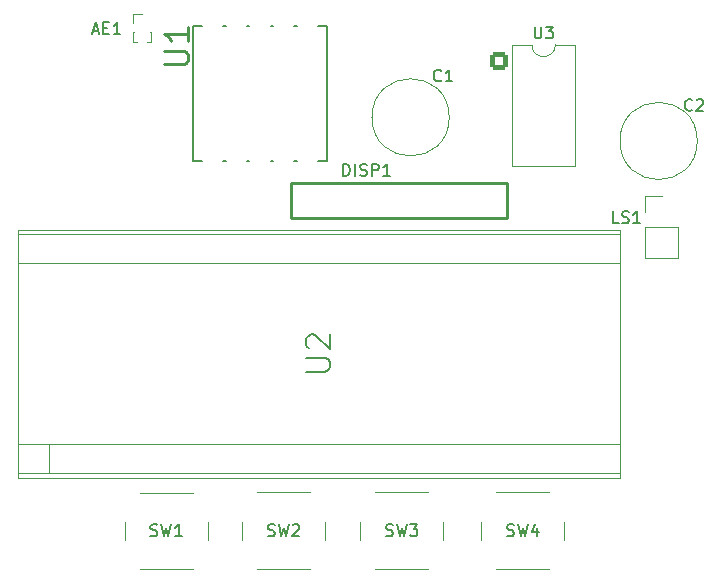
<source format=gto>
%TF.GenerationSoftware,KiCad,Pcbnew,9.0.3*%
%TF.CreationDate,2025-07-14T11:38:29-07:00*%
%TF.ProjectId,ECE_299_ALARM,4543455f-3239-4395-9f41-4c41524d2e6b,1.0*%
%TF.SameCoordinates,Original*%
%TF.FileFunction,Legend,Top*%
%TF.FilePolarity,Positive*%
%FSLAX46Y46*%
G04 Gerber Fmt 4.6, Leading zero omitted, Abs format (unit mm)*
G04 Created by KiCad (PCBNEW 9.0.3) date 2025-07-14 11:38:29*
%MOMM*%
%LPD*%
G01*
G04 APERTURE LIST*
G04 Aperture macros list*
%AMRoundRect*
0 Rectangle with rounded corners*
0 $1 Rounding radius*
0 $2 $3 $4 $5 $6 $7 $8 $9 X,Y pos of 4 corners*
0 Add a 4 corners polygon primitive as box body*
4,1,4,$2,$3,$4,$5,$6,$7,$8,$9,$2,$3,0*
0 Add four circle primitives for the rounded corners*
1,1,$1+$1,$2,$3*
1,1,$1+$1,$4,$5*
1,1,$1+$1,$6,$7*
1,1,$1+$1,$8,$9*
0 Add four rect primitives between the rounded corners*
20,1,$1+$1,$2,$3,$4,$5,0*
20,1,$1+$1,$4,$5,$6,$7,0*
20,1,$1+$1,$6,$7,$8,$9,0*
20,1,$1+$1,$8,$9,$2,$3,0*%
%AMFreePoly0*
4,1,18,-0.900000,0.625000,0.275000,0.625000,0.372772,0.617305,0.523217,0.573597,0.658067,0.493847,0.768847,0.383067,0.848597,0.248217,0.892305,0.097772,0.900000,0.000000,0.892305,-0.097772,0.848597,-0.248217,0.768847,-0.383067,0.658067,-0.493847,0.523217,-0.573597,0.372772,-0.617305,0.275000,-0.625000,-0.900000,-0.625000,-0.900000,0.625000,-0.900000,0.625000,$1*%
G04 Aperture macros list end*
%ADD10C,0.150000*%
%ADD11C,0.250000*%
%ADD12C,0.120000*%
%ADD13C,3.200000*%
%ADD14R,1.700000X1.700000*%
%ADD15C,1.700000*%
%ADD16C,2.000000*%
%ADD17C,1.600000*%
%ADD18R,0.850000X0.850000*%
%ADD19C,0.850000*%
%ADD20RoundRect,0.250000X-0.550000X-0.550000X0.550000X-0.550000X0.550000X0.550000X-0.550000X0.550000X0*%
%ADD21FreePoly0,90.000000*%
%ADD22FreePoly0,270.000000*%
G04 APERTURE END LIST*
D10*
X138357142Y-88954819D02*
X137880952Y-88954819D01*
X137880952Y-88954819D02*
X137880952Y-87954819D01*
X138642857Y-88907200D02*
X138785714Y-88954819D01*
X138785714Y-88954819D02*
X139023809Y-88954819D01*
X139023809Y-88954819D02*
X139119047Y-88907200D01*
X139119047Y-88907200D02*
X139166666Y-88859580D01*
X139166666Y-88859580D02*
X139214285Y-88764342D01*
X139214285Y-88764342D02*
X139214285Y-88669104D01*
X139214285Y-88669104D02*
X139166666Y-88573866D01*
X139166666Y-88573866D02*
X139119047Y-88526247D01*
X139119047Y-88526247D02*
X139023809Y-88478628D01*
X139023809Y-88478628D02*
X138833333Y-88431009D01*
X138833333Y-88431009D02*
X138738095Y-88383390D01*
X138738095Y-88383390D02*
X138690476Y-88335771D01*
X138690476Y-88335771D02*
X138642857Y-88240533D01*
X138642857Y-88240533D02*
X138642857Y-88145295D01*
X138642857Y-88145295D02*
X138690476Y-88050057D01*
X138690476Y-88050057D02*
X138738095Y-88002438D01*
X138738095Y-88002438D02*
X138833333Y-87954819D01*
X138833333Y-87954819D02*
X139071428Y-87954819D01*
X139071428Y-87954819D02*
X139214285Y-88002438D01*
X140166666Y-88954819D02*
X139595238Y-88954819D01*
X139880952Y-88954819D02*
X139880952Y-87954819D01*
X139880952Y-87954819D02*
X139785714Y-88097676D01*
X139785714Y-88097676D02*
X139690476Y-88192914D01*
X139690476Y-88192914D02*
X139595238Y-88240533D01*
X108666667Y-115407200D02*
X108809524Y-115454819D01*
X108809524Y-115454819D02*
X109047619Y-115454819D01*
X109047619Y-115454819D02*
X109142857Y-115407200D01*
X109142857Y-115407200D02*
X109190476Y-115359580D01*
X109190476Y-115359580D02*
X109238095Y-115264342D01*
X109238095Y-115264342D02*
X109238095Y-115169104D01*
X109238095Y-115169104D02*
X109190476Y-115073866D01*
X109190476Y-115073866D02*
X109142857Y-115026247D01*
X109142857Y-115026247D02*
X109047619Y-114978628D01*
X109047619Y-114978628D02*
X108857143Y-114931009D01*
X108857143Y-114931009D02*
X108761905Y-114883390D01*
X108761905Y-114883390D02*
X108714286Y-114835771D01*
X108714286Y-114835771D02*
X108666667Y-114740533D01*
X108666667Y-114740533D02*
X108666667Y-114645295D01*
X108666667Y-114645295D02*
X108714286Y-114550057D01*
X108714286Y-114550057D02*
X108761905Y-114502438D01*
X108761905Y-114502438D02*
X108857143Y-114454819D01*
X108857143Y-114454819D02*
X109095238Y-114454819D01*
X109095238Y-114454819D02*
X109238095Y-114502438D01*
X109571429Y-114454819D02*
X109809524Y-115454819D01*
X109809524Y-115454819D02*
X110000000Y-114740533D01*
X110000000Y-114740533D02*
X110190476Y-115454819D01*
X110190476Y-115454819D02*
X110428572Y-114454819D01*
X110761905Y-114550057D02*
X110809524Y-114502438D01*
X110809524Y-114502438D02*
X110904762Y-114454819D01*
X110904762Y-114454819D02*
X111142857Y-114454819D01*
X111142857Y-114454819D02*
X111238095Y-114502438D01*
X111238095Y-114502438D02*
X111285714Y-114550057D01*
X111285714Y-114550057D02*
X111333333Y-114645295D01*
X111333333Y-114645295D02*
X111333333Y-114740533D01*
X111333333Y-114740533D02*
X111285714Y-114883390D01*
X111285714Y-114883390D02*
X110714286Y-115454819D01*
X110714286Y-115454819D02*
X111333333Y-115454819D01*
X123333333Y-76859580D02*
X123285714Y-76907200D01*
X123285714Y-76907200D02*
X123142857Y-76954819D01*
X123142857Y-76954819D02*
X123047619Y-76954819D01*
X123047619Y-76954819D02*
X122904762Y-76907200D01*
X122904762Y-76907200D02*
X122809524Y-76811961D01*
X122809524Y-76811961D02*
X122761905Y-76716723D01*
X122761905Y-76716723D02*
X122714286Y-76526247D01*
X122714286Y-76526247D02*
X122714286Y-76383390D01*
X122714286Y-76383390D02*
X122761905Y-76192914D01*
X122761905Y-76192914D02*
X122809524Y-76097676D01*
X122809524Y-76097676D02*
X122904762Y-76002438D01*
X122904762Y-76002438D02*
X123047619Y-75954819D01*
X123047619Y-75954819D02*
X123142857Y-75954819D01*
X123142857Y-75954819D02*
X123285714Y-76002438D01*
X123285714Y-76002438D02*
X123333333Y-76050057D01*
X124285714Y-76954819D02*
X123714286Y-76954819D01*
X124000000Y-76954819D02*
X124000000Y-75954819D01*
X124000000Y-75954819D02*
X123904762Y-76097676D01*
X123904762Y-76097676D02*
X123809524Y-76192914D01*
X123809524Y-76192914D02*
X123714286Y-76240533D01*
X93833333Y-72669104D02*
X94309523Y-72669104D01*
X93738095Y-72954819D02*
X94071428Y-71954819D01*
X94071428Y-71954819D02*
X94404761Y-72954819D01*
X94738095Y-72431009D02*
X95071428Y-72431009D01*
X95214285Y-72954819D02*
X94738095Y-72954819D01*
X94738095Y-72954819D02*
X94738095Y-71954819D01*
X94738095Y-71954819D02*
X95214285Y-71954819D01*
X96166666Y-72954819D02*
X95595238Y-72954819D01*
X95880952Y-72954819D02*
X95880952Y-71954819D01*
X95880952Y-71954819D02*
X95785714Y-72097676D01*
X95785714Y-72097676D02*
X95690476Y-72192914D01*
X95690476Y-72192914D02*
X95595238Y-72240533D01*
X131243095Y-72314819D02*
X131243095Y-73124342D01*
X131243095Y-73124342D02*
X131290714Y-73219580D01*
X131290714Y-73219580D02*
X131338333Y-73267200D01*
X131338333Y-73267200D02*
X131433571Y-73314819D01*
X131433571Y-73314819D02*
X131624047Y-73314819D01*
X131624047Y-73314819D02*
X131719285Y-73267200D01*
X131719285Y-73267200D02*
X131766904Y-73219580D01*
X131766904Y-73219580D02*
X131814523Y-73124342D01*
X131814523Y-73124342D02*
X131814523Y-72314819D01*
X132195476Y-72314819D02*
X132814523Y-72314819D01*
X132814523Y-72314819D02*
X132481190Y-72695771D01*
X132481190Y-72695771D02*
X132624047Y-72695771D01*
X132624047Y-72695771D02*
X132719285Y-72743390D01*
X132719285Y-72743390D02*
X132766904Y-72791009D01*
X132766904Y-72791009D02*
X132814523Y-72886247D01*
X132814523Y-72886247D02*
X132814523Y-73124342D01*
X132814523Y-73124342D02*
X132766904Y-73219580D01*
X132766904Y-73219580D02*
X132719285Y-73267200D01*
X132719285Y-73267200D02*
X132624047Y-73314819D01*
X132624047Y-73314819D02*
X132338333Y-73314819D01*
X132338333Y-73314819D02*
X132243095Y-73267200D01*
X132243095Y-73267200D02*
X132195476Y-73219580D01*
X118666667Y-115407200D02*
X118809524Y-115454819D01*
X118809524Y-115454819D02*
X119047619Y-115454819D01*
X119047619Y-115454819D02*
X119142857Y-115407200D01*
X119142857Y-115407200D02*
X119190476Y-115359580D01*
X119190476Y-115359580D02*
X119238095Y-115264342D01*
X119238095Y-115264342D02*
X119238095Y-115169104D01*
X119238095Y-115169104D02*
X119190476Y-115073866D01*
X119190476Y-115073866D02*
X119142857Y-115026247D01*
X119142857Y-115026247D02*
X119047619Y-114978628D01*
X119047619Y-114978628D02*
X118857143Y-114931009D01*
X118857143Y-114931009D02*
X118761905Y-114883390D01*
X118761905Y-114883390D02*
X118714286Y-114835771D01*
X118714286Y-114835771D02*
X118666667Y-114740533D01*
X118666667Y-114740533D02*
X118666667Y-114645295D01*
X118666667Y-114645295D02*
X118714286Y-114550057D01*
X118714286Y-114550057D02*
X118761905Y-114502438D01*
X118761905Y-114502438D02*
X118857143Y-114454819D01*
X118857143Y-114454819D02*
X119095238Y-114454819D01*
X119095238Y-114454819D02*
X119238095Y-114502438D01*
X119571429Y-114454819D02*
X119809524Y-115454819D01*
X119809524Y-115454819D02*
X120000000Y-114740533D01*
X120000000Y-114740533D02*
X120190476Y-115454819D01*
X120190476Y-115454819D02*
X120428572Y-114454819D01*
X120714286Y-114454819D02*
X121333333Y-114454819D01*
X121333333Y-114454819D02*
X121000000Y-114835771D01*
X121000000Y-114835771D02*
X121142857Y-114835771D01*
X121142857Y-114835771D02*
X121238095Y-114883390D01*
X121238095Y-114883390D02*
X121285714Y-114931009D01*
X121285714Y-114931009D02*
X121333333Y-115026247D01*
X121333333Y-115026247D02*
X121333333Y-115264342D01*
X121333333Y-115264342D02*
X121285714Y-115359580D01*
X121285714Y-115359580D02*
X121238095Y-115407200D01*
X121238095Y-115407200D02*
X121142857Y-115454819D01*
X121142857Y-115454819D02*
X120857143Y-115454819D01*
X120857143Y-115454819D02*
X120761905Y-115407200D01*
X120761905Y-115407200D02*
X120714286Y-115359580D01*
X98724617Y-115407200D02*
X98867474Y-115454819D01*
X98867474Y-115454819D02*
X99105569Y-115454819D01*
X99105569Y-115454819D02*
X99200807Y-115407200D01*
X99200807Y-115407200D02*
X99248426Y-115359580D01*
X99248426Y-115359580D02*
X99296045Y-115264342D01*
X99296045Y-115264342D02*
X99296045Y-115169104D01*
X99296045Y-115169104D02*
X99248426Y-115073866D01*
X99248426Y-115073866D02*
X99200807Y-115026247D01*
X99200807Y-115026247D02*
X99105569Y-114978628D01*
X99105569Y-114978628D02*
X98915093Y-114931009D01*
X98915093Y-114931009D02*
X98819855Y-114883390D01*
X98819855Y-114883390D02*
X98772236Y-114835771D01*
X98772236Y-114835771D02*
X98724617Y-114740533D01*
X98724617Y-114740533D02*
X98724617Y-114645295D01*
X98724617Y-114645295D02*
X98772236Y-114550057D01*
X98772236Y-114550057D02*
X98819855Y-114502438D01*
X98819855Y-114502438D02*
X98915093Y-114454819D01*
X98915093Y-114454819D02*
X99153188Y-114454819D01*
X99153188Y-114454819D02*
X99296045Y-114502438D01*
X99629379Y-114454819D02*
X99867474Y-115454819D01*
X99867474Y-115454819D02*
X100057950Y-114740533D01*
X100057950Y-114740533D02*
X100248426Y-115454819D01*
X100248426Y-115454819D02*
X100486522Y-114454819D01*
X101391283Y-115454819D02*
X100819855Y-115454819D01*
X101105569Y-115454819D02*
X101105569Y-114454819D01*
X101105569Y-114454819D02*
X101010331Y-114597676D01*
X101010331Y-114597676D02*
X100915093Y-114692914D01*
X100915093Y-114692914D02*
X100819855Y-114740533D01*
D11*
X99912238Y-75523809D02*
X101531285Y-75523809D01*
X101531285Y-75523809D02*
X101721761Y-75428571D01*
X101721761Y-75428571D02*
X101817000Y-75333333D01*
X101817000Y-75333333D02*
X101912238Y-75142857D01*
X101912238Y-75142857D02*
X101912238Y-74761904D01*
X101912238Y-74761904D02*
X101817000Y-74571428D01*
X101817000Y-74571428D02*
X101721761Y-74476190D01*
X101721761Y-74476190D02*
X101531285Y-74380952D01*
X101531285Y-74380952D02*
X99912238Y-74380952D01*
X101912238Y-72380952D02*
X101912238Y-73523809D01*
X101912238Y-72952381D02*
X99912238Y-72952381D01*
X99912238Y-72952381D02*
X100197952Y-73142857D01*
X100197952Y-73142857D02*
X100388428Y-73333333D01*
X100388428Y-73333333D02*
X100483666Y-73523809D01*
D10*
X144583333Y-79359580D02*
X144535714Y-79407200D01*
X144535714Y-79407200D02*
X144392857Y-79454819D01*
X144392857Y-79454819D02*
X144297619Y-79454819D01*
X144297619Y-79454819D02*
X144154762Y-79407200D01*
X144154762Y-79407200D02*
X144059524Y-79311961D01*
X144059524Y-79311961D02*
X144011905Y-79216723D01*
X144011905Y-79216723D02*
X143964286Y-79026247D01*
X143964286Y-79026247D02*
X143964286Y-78883390D01*
X143964286Y-78883390D02*
X144011905Y-78692914D01*
X144011905Y-78692914D02*
X144059524Y-78597676D01*
X144059524Y-78597676D02*
X144154762Y-78502438D01*
X144154762Y-78502438D02*
X144297619Y-78454819D01*
X144297619Y-78454819D02*
X144392857Y-78454819D01*
X144392857Y-78454819D02*
X144535714Y-78502438D01*
X144535714Y-78502438D02*
X144583333Y-78550057D01*
X144964286Y-78550057D02*
X145011905Y-78502438D01*
X145011905Y-78502438D02*
X145107143Y-78454819D01*
X145107143Y-78454819D02*
X145345238Y-78454819D01*
X145345238Y-78454819D02*
X145440476Y-78502438D01*
X145440476Y-78502438D02*
X145488095Y-78550057D01*
X145488095Y-78550057D02*
X145535714Y-78645295D01*
X145535714Y-78645295D02*
X145535714Y-78740533D01*
X145535714Y-78740533D02*
X145488095Y-78883390D01*
X145488095Y-78883390D02*
X144916667Y-79454819D01*
X144916667Y-79454819D02*
X145535714Y-79454819D01*
X111917438Y-101523809D02*
X113536485Y-101523809D01*
X113536485Y-101523809D02*
X113726961Y-101428571D01*
X113726961Y-101428571D02*
X113822200Y-101333333D01*
X113822200Y-101333333D02*
X113917438Y-101142857D01*
X113917438Y-101142857D02*
X113917438Y-100761904D01*
X113917438Y-100761904D02*
X113822200Y-100571428D01*
X113822200Y-100571428D02*
X113726961Y-100476190D01*
X113726961Y-100476190D02*
X113536485Y-100380952D01*
X113536485Y-100380952D02*
X111917438Y-100380952D01*
X112107914Y-99523809D02*
X112012676Y-99428571D01*
X112012676Y-99428571D02*
X111917438Y-99238095D01*
X111917438Y-99238095D02*
X111917438Y-98761904D01*
X111917438Y-98761904D02*
X112012676Y-98571428D01*
X112012676Y-98571428D02*
X112107914Y-98476190D01*
X112107914Y-98476190D02*
X112298390Y-98380952D01*
X112298390Y-98380952D02*
X112488866Y-98380952D01*
X112488866Y-98380952D02*
X112774580Y-98476190D01*
X112774580Y-98476190D02*
X113917438Y-99619047D01*
X113917438Y-99619047D02*
X113917438Y-98380952D01*
X115047619Y-84954819D02*
X115047619Y-83954819D01*
X115047619Y-83954819D02*
X115285714Y-83954819D01*
X115285714Y-83954819D02*
X115428571Y-84002438D01*
X115428571Y-84002438D02*
X115523809Y-84097676D01*
X115523809Y-84097676D02*
X115571428Y-84192914D01*
X115571428Y-84192914D02*
X115619047Y-84383390D01*
X115619047Y-84383390D02*
X115619047Y-84526247D01*
X115619047Y-84526247D02*
X115571428Y-84716723D01*
X115571428Y-84716723D02*
X115523809Y-84811961D01*
X115523809Y-84811961D02*
X115428571Y-84907200D01*
X115428571Y-84907200D02*
X115285714Y-84954819D01*
X115285714Y-84954819D02*
X115047619Y-84954819D01*
X116047619Y-84954819D02*
X116047619Y-83954819D01*
X116476190Y-84907200D02*
X116619047Y-84954819D01*
X116619047Y-84954819D02*
X116857142Y-84954819D01*
X116857142Y-84954819D02*
X116952380Y-84907200D01*
X116952380Y-84907200D02*
X116999999Y-84859580D01*
X116999999Y-84859580D02*
X117047618Y-84764342D01*
X117047618Y-84764342D02*
X117047618Y-84669104D01*
X117047618Y-84669104D02*
X116999999Y-84573866D01*
X116999999Y-84573866D02*
X116952380Y-84526247D01*
X116952380Y-84526247D02*
X116857142Y-84478628D01*
X116857142Y-84478628D02*
X116666666Y-84431009D01*
X116666666Y-84431009D02*
X116571428Y-84383390D01*
X116571428Y-84383390D02*
X116523809Y-84335771D01*
X116523809Y-84335771D02*
X116476190Y-84240533D01*
X116476190Y-84240533D02*
X116476190Y-84145295D01*
X116476190Y-84145295D02*
X116523809Y-84050057D01*
X116523809Y-84050057D02*
X116571428Y-84002438D01*
X116571428Y-84002438D02*
X116666666Y-83954819D01*
X116666666Y-83954819D02*
X116904761Y-83954819D01*
X116904761Y-83954819D02*
X117047618Y-84002438D01*
X117476190Y-84954819D02*
X117476190Y-83954819D01*
X117476190Y-83954819D02*
X117857142Y-83954819D01*
X117857142Y-83954819D02*
X117952380Y-84002438D01*
X117952380Y-84002438D02*
X117999999Y-84050057D01*
X117999999Y-84050057D02*
X118047618Y-84145295D01*
X118047618Y-84145295D02*
X118047618Y-84288152D01*
X118047618Y-84288152D02*
X117999999Y-84383390D01*
X117999999Y-84383390D02*
X117952380Y-84431009D01*
X117952380Y-84431009D02*
X117857142Y-84478628D01*
X117857142Y-84478628D02*
X117476190Y-84478628D01*
X118999999Y-84954819D02*
X118428571Y-84954819D01*
X118714285Y-84954819D02*
X118714285Y-83954819D01*
X118714285Y-83954819D02*
X118619047Y-84097676D01*
X118619047Y-84097676D02*
X118523809Y-84192914D01*
X118523809Y-84192914D02*
X118428571Y-84240533D01*
X128916667Y-115407200D02*
X129059524Y-115454819D01*
X129059524Y-115454819D02*
X129297619Y-115454819D01*
X129297619Y-115454819D02*
X129392857Y-115407200D01*
X129392857Y-115407200D02*
X129440476Y-115359580D01*
X129440476Y-115359580D02*
X129488095Y-115264342D01*
X129488095Y-115264342D02*
X129488095Y-115169104D01*
X129488095Y-115169104D02*
X129440476Y-115073866D01*
X129440476Y-115073866D02*
X129392857Y-115026247D01*
X129392857Y-115026247D02*
X129297619Y-114978628D01*
X129297619Y-114978628D02*
X129107143Y-114931009D01*
X129107143Y-114931009D02*
X129011905Y-114883390D01*
X129011905Y-114883390D02*
X128964286Y-114835771D01*
X128964286Y-114835771D02*
X128916667Y-114740533D01*
X128916667Y-114740533D02*
X128916667Y-114645295D01*
X128916667Y-114645295D02*
X128964286Y-114550057D01*
X128964286Y-114550057D02*
X129011905Y-114502438D01*
X129011905Y-114502438D02*
X129107143Y-114454819D01*
X129107143Y-114454819D02*
X129345238Y-114454819D01*
X129345238Y-114454819D02*
X129488095Y-114502438D01*
X129821429Y-114454819D02*
X130059524Y-115454819D01*
X130059524Y-115454819D02*
X130250000Y-114740533D01*
X130250000Y-114740533D02*
X130440476Y-115454819D01*
X130440476Y-115454819D02*
X130678572Y-114454819D01*
X131488095Y-114788152D02*
X131488095Y-115454819D01*
X131250000Y-114407200D02*
X131011905Y-115121485D01*
X131011905Y-115121485D02*
X131630952Y-115121485D01*
D12*
%TO.C,LS1*%
X140620000Y-86620000D02*
X142000000Y-86620000D01*
X140620000Y-88000000D02*
X140620000Y-86620000D01*
X140620000Y-89270000D02*
X140620000Y-91920000D01*
X140620000Y-89270000D02*
X143380000Y-89270000D01*
X140620000Y-91920000D02*
X143380000Y-91920000D01*
X143380000Y-89270000D02*
X143380000Y-91920000D01*
%TO.C,SW2*%
X106500000Y-114250000D02*
X106500000Y-115750000D01*
X107750000Y-118250000D02*
X112250000Y-118250000D01*
X112250000Y-111750000D02*
X107750000Y-111750000D01*
X113500000Y-115750000D02*
X113500000Y-114250000D01*
%TO.C,C1*%
X124020000Y-80000000D02*
G75*
G02*
X117480000Y-80000000I-3270000J0D01*
G01*
X117480000Y-80000000D02*
G75*
G02*
X124020000Y-80000000I3270000J0D01*
G01*
%TO.C,AE1*%
X97255000Y-71265000D02*
X98000000Y-71265000D01*
X97255000Y-72000000D02*
X97255000Y-71265000D01*
X97255000Y-72735000D02*
X97255000Y-73610000D01*
X97255000Y-72735000D02*
X97314435Y-72735000D01*
X97255000Y-73610000D02*
X97589970Y-73610000D01*
X98410030Y-73610000D02*
X98745000Y-73610000D01*
X98685565Y-72735000D02*
X98745000Y-72735000D01*
X98745000Y-72735000D02*
X98745000Y-73610000D01*
%TO.C,U3*%
X129355000Y-73860000D02*
X129355000Y-84140000D01*
X129355000Y-84140000D02*
X134655000Y-84140000D01*
X131005000Y-73860000D02*
X129355000Y-73860000D01*
X134655000Y-73860000D02*
X133005000Y-73860000D01*
X134655000Y-84140000D02*
X134655000Y-73860000D01*
X133005000Y-73860000D02*
G75*
G02*
X131005000Y-73860000I-1000000J0D01*
G01*
%TO.C,SW3*%
X116500000Y-114250000D02*
X116500000Y-115750000D01*
X117750000Y-118250000D02*
X122250000Y-118250000D01*
X122250000Y-111750000D02*
X117750000Y-111750000D01*
X123500000Y-115750000D02*
X123500000Y-114250000D01*
%TO.C,SW1*%
X96557950Y-114272844D02*
X96557950Y-115772844D01*
X97807950Y-118272844D02*
X102307950Y-118272844D01*
X102307950Y-111772844D02*
X97807950Y-111772844D01*
X103557950Y-115772844D02*
X103557950Y-114272844D01*
D10*
%TO.C,U1*%
X102300000Y-72300000D02*
X103100000Y-72300000D01*
X102300000Y-83700000D02*
X102300000Y-72300000D01*
X102300000Y-83700000D02*
X103100000Y-83700000D01*
X104900000Y-72300000D02*
X105100000Y-72300000D01*
X104900000Y-83700000D02*
X105100000Y-83700000D01*
X106900000Y-72300000D02*
X107100000Y-72300000D01*
X106900000Y-83700000D02*
X107100000Y-83700000D01*
X108900000Y-72300000D02*
X109100000Y-72300000D01*
X108900000Y-83700000D02*
X109100000Y-83700000D01*
X110900000Y-72300000D02*
X111100000Y-72300000D01*
X110900000Y-83700000D02*
X111100000Y-83700000D01*
X112900000Y-72300000D02*
X113700000Y-72300000D01*
X112900000Y-83700000D02*
X113700000Y-83700000D01*
X113700000Y-83700000D02*
X113700000Y-72300000D01*
D12*
%TO.C,C2*%
X145020000Y-82000000D02*
G75*
G02*
X138480000Y-82000000I-3270000J0D01*
G01*
X138480000Y-82000000D02*
G75*
G02*
X145020000Y-82000000I3270000J0D01*
G01*
%TO.C,U2*%
X87500000Y-89900000D02*
X138500000Y-89900000D01*
X87500000Y-92300000D02*
X138500000Y-92300000D01*
X87500000Y-107700000D02*
X138500000Y-107700000D01*
X87500000Y-110100000D02*
X138500000Y-110100000D01*
X90100000Y-110100000D02*
X90100000Y-107700000D01*
X87500000Y-110500000D02*
X138500000Y-110500000D01*
X138500000Y-89500000D01*
X87500000Y-89500000D01*
X87500000Y-110500000D01*
D11*
%TO.C,DISP1*%
X110620000Y-85550000D02*
X110620000Y-88550000D01*
X128870000Y-85550000D02*
X110620000Y-85550000D01*
X128870000Y-85550000D02*
X128870000Y-88550000D01*
X128870000Y-88550000D02*
X110620000Y-88550000D01*
D12*
%TO.C,SW4*%
X126750000Y-114250000D02*
X126750000Y-115750000D01*
X128000000Y-118250000D02*
X132500000Y-118250000D01*
X132500000Y-111750000D02*
X128000000Y-111750000D01*
X133750000Y-115750000D02*
X133750000Y-114250000D01*
%TD*%
%LPC*%
D13*
%TO.C,REF\u002A\u002A*%
X90000000Y-115000000D03*
%TD*%
D14*
%TO.C,LS1*%
X142000000Y-88000000D03*
D15*
X142000000Y-90540000D03*
%TD*%
D16*
%TO.C,SW2*%
X106750000Y-112750000D03*
X113250000Y-112750000D03*
X106750000Y-117250000D03*
X113250000Y-117250000D03*
%TD*%
D17*
%TO.C,C1*%
X119500000Y-80000000D03*
X122000000Y-80000000D03*
%TD*%
D13*
%TO.C,REF\u002A\u002A*%
X142000000Y-115000000D03*
%TD*%
D18*
%TO.C,AE1*%
X98000000Y-72000000D03*
D19*
X98000000Y-73000000D03*
%TD*%
D20*
%TO.C,U3*%
X128195000Y-75190000D03*
D17*
X128195000Y-77730000D03*
X128195000Y-80270000D03*
X128195000Y-82810000D03*
X135815000Y-82810000D03*
X135815000Y-80270000D03*
X135815000Y-77730000D03*
X135815000Y-75190000D03*
%TD*%
D13*
%TO.C,REF\u002A\u002A*%
X142000000Y-74000000D03*
%TD*%
%TO.C,REF\u002A\u002A*%
X90000000Y-74000000D03*
%TD*%
D16*
%TO.C,SW3*%
X116750000Y-112750000D03*
X123250000Y-112750000D03*
X116750000Y-117250000D03*
X123250000Y-117250000D03*
%TD*%
%TO.C,SW1*%
X96807950Y-112772844D03*
X103307950Y-112772844D03*
X96807950Y-117272844D03*
X103307950Y-117272844D03*
%TD*%
D21*
%TO.C,U1*%
X104000000Y-83400000D03*
X106000000Y-83400000D03*
X108000000Y-83400000D03*
X110000000Y-83400000D03*
X112000000Y-83400000D03*
D22*
X112000000Y-72600000D03*
X110000000Y-72600000D03*
X108000000Y-72600000D03*
X106000000Y-72600000D03*
X104000000Y-72600000D03*
%TD*%
D17*
%TO.C,C2*%
X140500000Y-82000000D03*
X143000000Y-82000000D03*
%TD*%
D14*
%TO.C,U2*%
X88870000Y-108890000D03*
D15*
X91410000Y-108890000D03*
X93950000Y-108890000D03*
X96490000Y-108890000D03*
X99030000Y-108890000D03*
X101570000Y-108890000D03*
X104110000Y-108890000D03*
X106650000Y-108890000D03*
X109190000Y-108890000D03*
X111730000Y-108890000D03*
X114270000Y-108890000D03*
X116810000Y-108890000D03*
X119350000Y-108890000D03*
X121890000Y-108890000D03*
X124430000Y-108890000D03*
X126970000Y-108890000D03*
X129510000Y-108890000D03*
X132050000Y-108890000D03*
X134590000Y-108890000D03*
X137130000Y-108890000D03*
X137130000Y-91110000D03*
X134590000Y-91110000D03*
X132050000Y-91110000D03*
X129510000Y-91110000D03*
X126970000Y-91110000D03*
X124430000Y-91110000D03*
X121890000Y-91110000D03*
X119350000Y-91110000D03*
X116810000Y-91110000D03*
X114270000Y-91110000D03*
X111730000Y-91110000D03*
X109190000Y-91110000D03*
X106650000Y-91110000D03*
X104110000Y-91110000D03*
X101570000Y-91110000D03*
X99030000Y-91110000D03*
X96490000Y-91110000D03*
X93950000Y-91110000D03*
X91410000Y-91110000D03*
X88870000Y-91110000D03*
%TD*%
D14*
%TO.C,DISP1*%
X112120000Y-87050000D03*
D15*
X114660000Y-87050000D03*
X117200000Y-87050000D03*
X119740000Y-87050000D03*
X122280000Y-87050000D03*
X124820000Y-87050000D03*
X127360000Y-87050000D03*
%TD*%
D16*
%TO.C,SW4*%
X127000000Y-112750000D03*
X133500000Y-112750000D03*
X127000000Y-117250000D03*
X133500000Y-117250000D03*
%TD*%
D17*
%TO.C,R3*%
X87650000Y-84000000D03*
X100350000Y-84000000D03*
%TD*%
%TO.C,R2*%
X142000000Y-94650000D03*
X142000000Y-107350000D03*
%TD*%
%TO.C,R1*%
X115650000Y-72000000D03*
X128350000Y-72000000D03*
%TD*%
%TO.C,R4*%
X87650000Y-80000000D03*
X100350000Y-80000000D03*
%TD*%
%LPD*%
M02*

</source>
